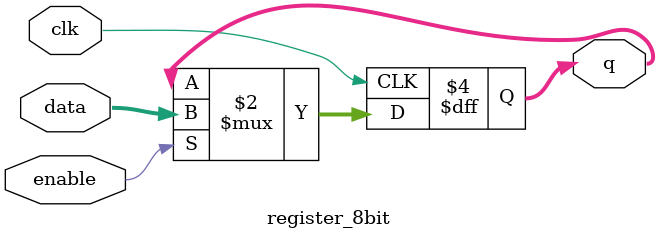
<source format=sv>
module register_8bit (
    input clk,
    input enable,
    input [7:0] data,
    output [7:0] q
);

    // 8-bit register with enable using single always_ff block
    always_ff @(posedge clk) begin
        if (enable) begin
            q <= data;
        end
    end

endmodule

</source>
